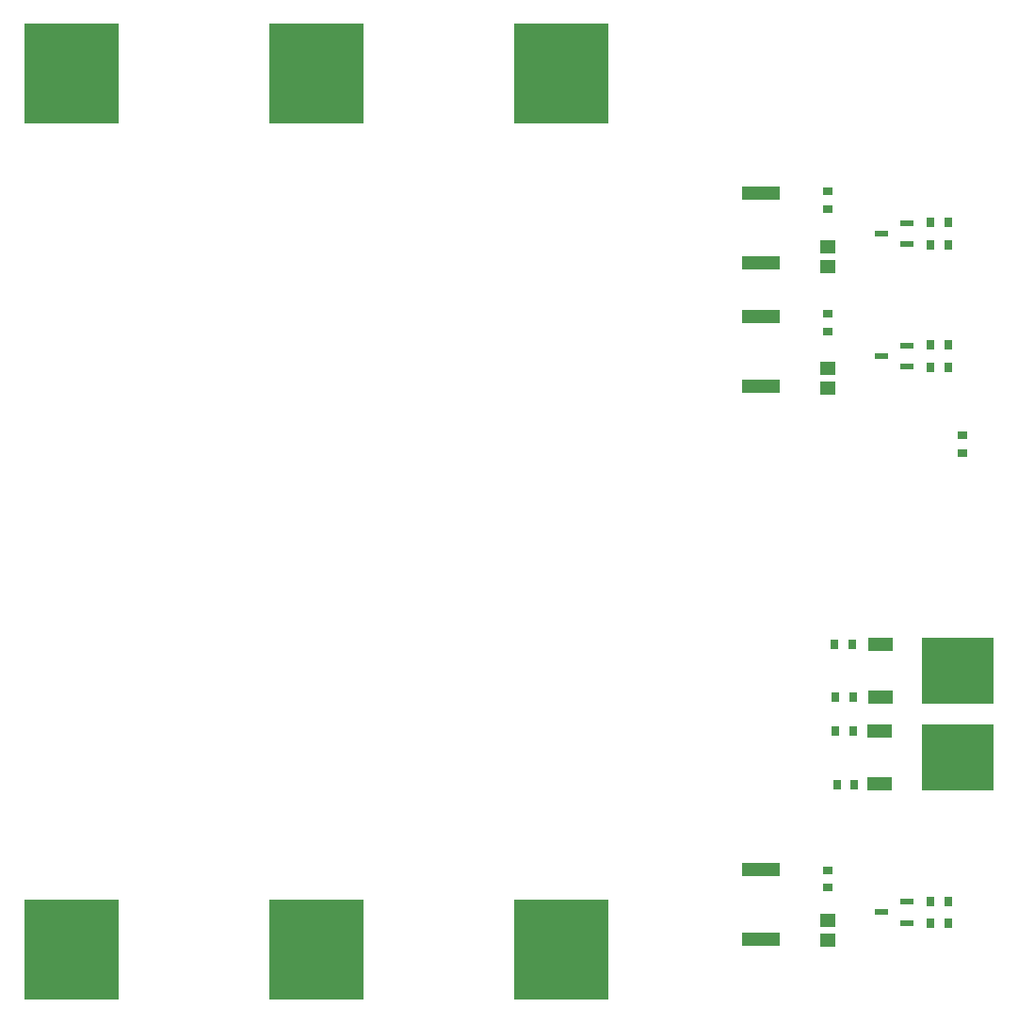
<source format=gbp>
G04*
G04 #@! TF.GenerationSoftware,Altium Limited,Altium Designer,20.0.2 (26)*
G04*
G04 Layer_Color=128*
%FSLAX25Y25*%
%MOIN*%
G70*
G01*
G75*
%ADD18R,0.04724X0.01968*%
%ADD19R,0.03150X0.03347*%
%ADD20R,0.03347X0.03150*%
%ADD22R,0.05787X0.04567*%
%ADD24R,0.13465X0.04921*%
%ADD27R,0.33465X0.35433*%
%ADD52R,0.25591X0.23622*%
%ADD53R,0.08661X0.04724*%
D18*
X464004Y413386D02*
D03*
X473004Y409646D02*
D03*
Y417126D02*
D03*
X464004Y370079D02*
D03*
X473004Y366339D02*
D03*
Y373819D02*
D03*
X464004Y173228D02*
D03*
X473004Y169488D02*
D03*
Y176969D02*
D03*
D19*
X487381Y409449D02*
D03*
X481123D02*
D03*
X487381Y417323D02*
D03*
X481123D02*
D03*
X487381Y366142D02*
D03*
X481123D02*
D03*
X487381Y374016D02*
D03*
X481123D02*
D03*
X487381Y169291D02*
D03*
X481123D02*
D03*
X487381Y177165D02*
D03*
X481123D02*
D03*
X447659Y237402D02*
D03*
X453916D02*
D03*
X453522Y268110D02*
D03*
X447265D02*
D03*
X448052Y218504D02*
D03*
X454310D02*
D03*
X447659Y249213D02*
D03*
X453916D02*
D03*
D20*
X444882Y428326D02*
D03*
Y422068D02*
D03*
Y385018D02*
D03*
Y378761D02*
D03*
Y188168D02*
D03*
Y181911D02*
D03*
X492520Y335848D02*
D03*
Y342105D02*
D03*
D22*
X444882Y408583D02*
D03*
Y401575D02*
D03*
X444882Y365709D02*
D03*
Y358701D02*
D03*
Y170433D02*
D03*
Y163425D02*
D03*
D24*
X421260Y403150D02*
D03*
Y427559D02*
D03*
Y359449D02*
D03*
Y383858D02*
D03*
Y163779D02*
D03*
Y188189D02*
D03*
D27*
X263779Y160039D02*
D03*
Y469882D02*
D03*
X177165Y160039D02*
D03*
Y469882D02*
D03*
X350394Y160039D02*
D03*
Y469882D02*
D03*
D52*
X490945Y258661D02*
D03*
X490732Y227953D02*
D03*
D53*
X463386Y249365D02*
D03*
X463402Y267958D02*
D03*
X463173Y218656D02*
D03*
X463190Y237249D02*
D03*
M02*

</source>
